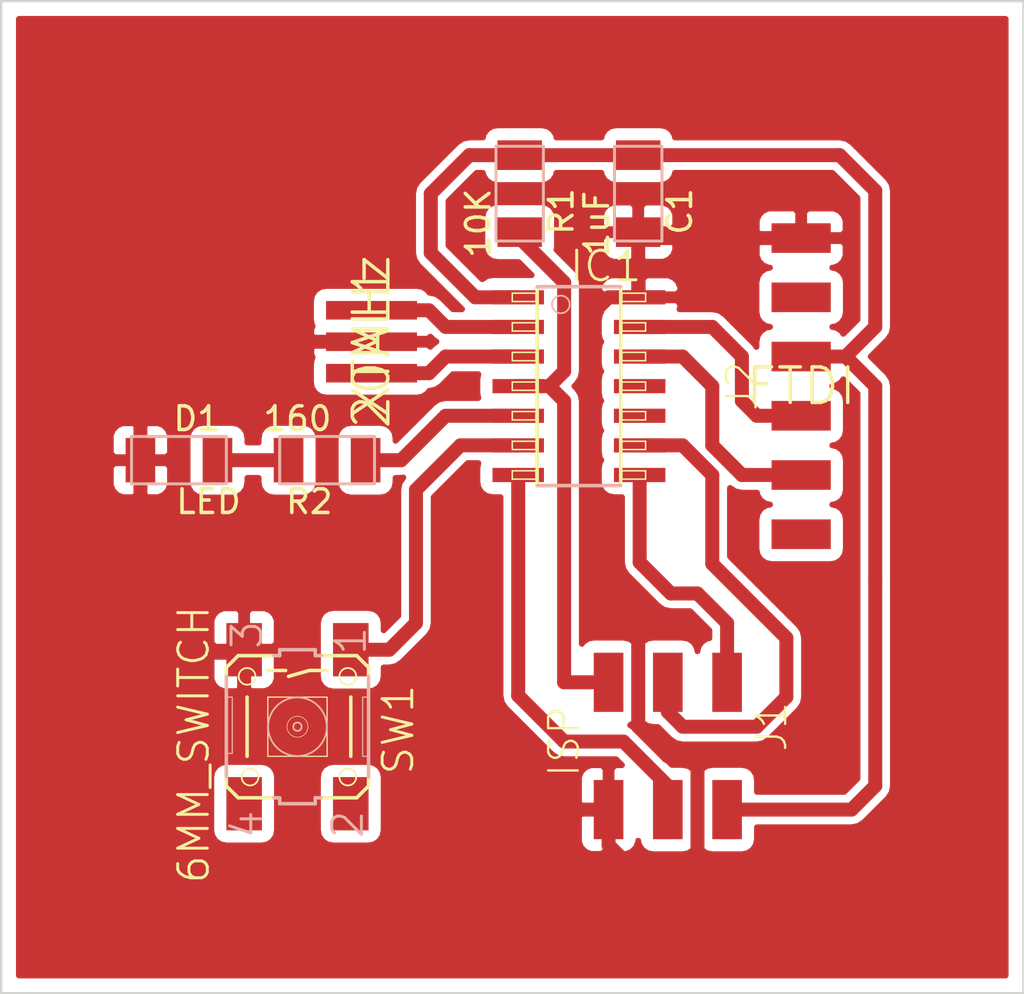
<source format=kicad_pcb>
(kicad_pcb (version 4) (host pcbnew 4.0.6-e0-6349~53~ubuntu14.04.1)

  (general
    (links 22)
    (no_connects 0)
    (area 142.824999 45.669999 186.740001 88.315001)
    (thickness 1.6)
    (drawings 4)
    (tracks 98)
    (zones 0)
    (modules 9)
    (nets 20)
  )

  (page A4)
  (layers
    (0 F.Cu signal)
    (31 B.Cu signal)
    (32 B.Adhes user)
    (33 F.Adhes user)
    (34 B.Paste user)
    (35 F.Paste user)
    (36 B.SilkS user)
    (37 F.SilkS user)
    (38 B.Mask user)
    (39 F.Mask user)
    (40 Dwgs.User user)
    (41 Cmts.User user)
    (42 Eco1.User user)
    (43 Eco2.User user)
    (44 Edge.Cuts user)
    (45 Margin user)
    (46 B.CrtYd user)
    (47 F.CrtYd user)
    (48 B.Fab user)
    (49 F.Fab user)
  )

  (setup
    (last_trace_width 0.6)
    (trace_clearance 0.2)
    (zone_clearance 0.508)
    (zone_45_only no)
    (trace_min 0.2)
    (segment_width 0.2)
    (edge_width 0.1)
    (via_size 0.6)
    (via_drill 0.4)
    (via_min_size 0.4)
    (via_min_drill 0.3)
    (uvia_size 0.3)
    (uvia_drill 0.1)
    (uvias_allowed no)
    (uvia_min_size 0.2)
    (uvia_min_drill 0.1)
    (pcb_text_width 0.3)
    (pcb_text_size 1.5 1.5)
    (mod_edge_width 0.15)
    (mod_text_size 1 1)
    (mod_text_width 0.15)
    (pad_size 1.5 1.5)
    (pad_drill 0.6)
    (pad_to_mask_clearance 0)
    (aux_axis_origin 0 0)
    (visible_elements FFFFFF7F)
    (pcbplotparams
      (layerselection 0x00030_80000001)
      (usegerberextensions false)
      (excludeedgelayer true)
      (linewidth 0.100000)
      (plotframeref false)
      (viasonmask false)
      (mode 1)
      (useauxorigin false)
      (hpglpennumber 1)
      (hpglpenspeed 20)
      (hpglpendiameter 15)
      (hpglpenoverlay 2)
      (psnegative false)
      (psa4output false)
      (plotreference true)
      (plotvalue true)
      (plotinvisibletext false)
      (padsonsilk false)
      (subtractmaskfromsilk false)
      (outputformat 1)
      (mirror false)
      (drillshape 1)
      (scaleselection 1)
      (outputdirectory ""))
  )

  (net 0 "")
  (net 1 +5V)
  (net 2 GND)
  (net 3 "Net-(D1-Pad2)")
  (net 4 XTAL1)
  (net 5 XTAL2)
  (net 6 RESET)
  (net 7 LED)
  (net 8 SWITCH)
  (net 9 MOSI)
  (net 10 MISO)
  (net 11 SCK)
  (net 12 "Net-(IC1-Pad10)")
  (net 13 "Net-(IC1-Pad11)")
  (net 14 RX)
  (net 15 TX)
  (net 16 "Net-(J2-Pad2)")
  (net 17 "Net-(J2-Pad6)")
  (net 18 "Net-(SW1-Pad2)")
  (net 19 "Net-(SW1-Pad4)")

  (net_class Default "Questo è il gruppo di collegamenti predefinito"
    (clearance 0.2)
    (trace_width 0.6)
    (via_dia 0.6)
    (via_drill 0.4)
    (uvia_dia 0.3)
    (uvia_drill 0.1)
    (add_net +5V)
    (add_net GND)
    (add_net LED)
    (add_net MISO)
    (add_net MOSI)
    (add_net "Net-(D1-Pad2)")
    (add_net "Net-(IC1-Pad10)")
    (add_net "Net-(IC1-Pad11)")
    (add_net "Net-(J2-Pad2)")
    (add_net "Net-(J2-Pad6)")
    (add_net "Net-(SW1-Pad2)")
    (add_net "Net-(SW1-Pad4)")
    (add_net RESET)
    (add_net RX)
    (add_net SCK)
    (add_net SWITCH)
    (add_net TX)
    (add_net XTAL1)
    (add_net XTAL2)
  )

  (module FabInventory:fab-C1206FAB (layer F.Cu) (tedit 200000) (tstamp 58BF2DD6)
    (at 170.18 53.975 270)
    (path /58BDE84B)
    (attr smd)
    (fp_text reference C1 (at 0.762 -1.778 270) (layer F.SilkS)
      (effects (font (size 1.016 1.016) (thickness 0.1524)))
    )
    (fp_text value 1uF (at 1.27 1.778 270) (layer F.SilkS)
      (effects (font (size 1.016 1.016) (thickness 0.1524)))
    )
    (fp_line (start -2.032 -1.016) (end 2.032 -1.016) (layer B.SilkS) (width 0.127))
    (fp_line (start 2.032 -1.016) (end 2.032 1.016) (layer B.SilkS) (width 0.127))
    (fp_line (start 2.032 1.016) (end -2.032 1.016) (layer B.SilkS) (width 0.127))
    (fp_line (start -2.032 1.016) (end -2.032 -1.016) (layer B.SilkS) (width 0.127))
    (pad 1 smd rect (at -1.651 0 270) (size 1.27 1.905) (layers F.Cu F.Paste F.Mask)
      (net 1 +5V))
    (pad 2 smd rect (at 1.651 0 270) (size 1.27 1.905) (layers F.Cu F.Paste F.Mask)
      (net 2 GND))
  )

  (module FabInventory:fab-LED1206FAB (layer F.Cu) (tedit 200000) (tstamp 58BF2DE0)
    (at 150.495 65.405)
    (descr "LED1206 FAB STYLE (SMALLER PADS TO ALLOW TRACE BETWEEN)")
    (tags "LED1206 FAB STYLE (SMALLER PADS TO ALLOW TRACE BETWEEN)")
    (path /58BDE9F2)
    (attr smd)
    (fp_text reference D1 (at 0.762 -1.778) (layer F.SilkS)
      (effects (font (size 1.016 1.016) (thickness 0.1524)))
    )
    (fp_text value LED (at 1.27 1.778) (layer F.SilkS)
      (effects (font (size 1.016 1.016) (thickness 0.1524)))
    )
    (fp_line (start -2.032 -1.016) (end 2.032 -1.016) (layer B.SilkS) (width 0.127))
    (fp_line (start 2.032 -1.016) (end 2.032 1.016) (layer B.SilkS) (width 0.127))
    (fp_line (start 2.032 1.016) (end -2.032 1.016) (layer B.SilkS) (width 0.127))
    (fp_line (start -2.032 1.016) (end -2.032 -1.016) (layer B.SilkS) (width 0.127))
    (pad 1 smd rect (at -1.651 0) (size 1.27 1.905) (layers F.Cu F.Paste F.Mask)
      (net 2 GND))
    (pad 2 smd rect (at 1.651 0) (size 1.27 1.905) (layers F.Cu F.Paste F.Mask)
      (net 3 "Net-(D1-Pad2)"))
  )

  (module FabInventory:fab-SOIC14 (layer F.Cu) (tedit 58BF2F6E) (tstamp 58BF2E2F)
    (at 167.64 62.23 270)
    (descr "SMALL OUTLINE PACKAGE")
    (tags "SMALL OUTLINE PACKAGE")
    (path /58BDE5BD)
    (attr smd)
    (fp_text reference IC1 (at -5.1435 -1.143 360) (layer F.SilkS)
      (effects (font (size 1.27 1.27) (thickness 0.127)))
    )
    (fp_text value ATTINY44-SSU (at 1.27 0.0635 270) (layer F.SilkS) hide
      (effects (font (size 1.27 1.27) (thickness 0.127)))
    )
    (fp_line (start -3.9878 -1.8415) (end -3.62966 -1.8415) (layer F.SilkS) (width 0.06604))
    (fp_line (start -3.62966 -1.8415) (end -3.62966 -2.8575) (layer F.SilkS) (width 0.06604))
    (fp_line (start -3.9878 -2.8575) (end -3.62966 -2.8575) (layer F.SilkS) (width 0.06604))
    (fp_line (start -3.9878 -1.8415) (end -3.9878 -2.8575) (layer F.SilkS) (width 0.06604))
    (fp_line (start -2.7178 -1.8415) (end -2.3622 -1.8415) (layer F.SilkS) (width 0.06604))
    (fp_line (start -2.3622 -1.8415) (end -2.3622 -2.8575) (layer F.SilkS) (width 0.06604))
    (fp_line (start -2.7178 -2.8575) (end -2.3622 -2.8575) (layer F.SilkS) (width 0.06604))
    (fp_line (start -2.7178 -1.8415) (end -2.7178 -2.8575) (layer F.SilkS) (width 0.06604))
    (fp_line (start -1.4478 -1.8415) (end -1.08966 -1.8415) (layer F.SilkS) (width 0.06604))
    (fp_line (start -1.08966 -1.8415) (end -1.08966 -2.8575) (layer F.SilkS) (width 0.06604))
    (fp_line (start -1.4478 -2.8575) (end -1.08966 -2.8575) (layer F.SilkS) (width 0.06604))
    (fp_line (start -1.4478 -1.8415) (end -1.4478 -2.8575) (layer F.SilkS) (width 0.06604))
    (fp_line (start -0.1778 -1.8415) (end 0.1778 -1.8415) (layer F.SilkS) (width 0.06604))
    (fp_line (start 0.1778 -1.8415) (end 0.1778 -2.8575) (layer F.SilkS) (width 0.06604))
    (fp_line (start -0.1778 -2.8575) (end 0.1778 -2.8575) (layer F.SilkS) (width 0.06604))
    (fp_line (start -0.1778 -1.8415) (end -0.1778 -2.8575) (layer F.SilkS) (width 0.06604))
    (fp_line (start 1.08966 -1.8415) (end 1.4478 -1.8415) (layer F.SilkS) (width 0.06604))
    (fp_line (start 1.4478 -1.8415) (end 1.4478 -2.8575) (layer F.SilkS) (width 0.06604))
    (fp_line (start 1.08966 -2.8575) (end 1.4478 -2.8575) (layer F.SilkS) (width 0.06604))
    (fp_line (start 1.08966 -1.8415) (end 1.08966 -2.8575) (layer F.SilkS) (width 0.06604))
    (fp_line (start 2.3622 -1.8415) (end 2.7178 -1.8415) (layer F.SilkS) (width 0.06604))
    (fp_line (start 2.7178 -1.8415) (end 2.7178 -2.8575) (layer F.SilkS) (width 0.06604))
    (fp_line (start 2.3622 -2.8575) (end 2.7178 -2.8575) (layer F.SilkS) (width 0.06604))
    (fp_line (start 2.3622 -1.8415) (end 2.3622 -2.8575) (layer F.SilkS) (width 0.06604))
    (fp_line (start 3.62966 -1.8415) (end 3.9878 -1.8415) (layer F.SilkS) (width 0.06604))
    (fp_line (start 3.9878 -1.8415) (end 3.9878 -2.8575) (layer F.SilkS) (width 0.06604))
    (fp_line (start 3.62966 -2.8575) (end 3.9878 -2.8575) (layer F.SilkS) (width 0.06604))
    (fp_line (start 3.62966 -1.8415) (end 3.62966 -2.8575) (layer F.SilkS) (width 0.06604))
    (fp_line (start 3.62966 2.8575) (end 3.9878 2.8575) (layer F.SilkS) (width 0.06604))
    (fp_line (start 3.9878 2.8575) (end 3.9878 1.8415) (layer F.SilkS) (width 0.06604))
    (fp_line (start 3.62966 1.8415) (end 3.9878 1.8415) (layer F.SilkS) (width 0.06604))
    (fp_line (start 3.62966 2.8575) (end 3.62966 1.8415) (layer F.SilkS) (width 0.06604))
    (fp_line (start 2.3622 2.8575) (end 2.7178 2.8575) (layer F.SilkS) (width 0.06604))
    (fp_line (start 2.7178 2.8575) (end 2.7178 1.8415) (layer F.SilkS) (width 0.06604))
    (fp_line (start 2.3622 1.8415) (end 2.7178 1.8415) (layer F.SilkS) (width 0.06604))
    (fp_line (start 2.3622 2.8575) (end 2.3622 1.8415) (layer F.SilkS) (width 0.06604))
    (fp_line (start 1.08966 2.8575) (end 1.4478 2.8575) (layer F.SilkS) (width 0.06604))
    (fp_line (start 1.4478 2.8575) (end 1.4478 1.8415) (layer F.SilkS) (width 0.06604))
    (fp_line (start 1.08966 1.8415) (end 1.4478 1.8415) (layer F.SilkS) (width 0.06604))
    (fp_line (start 1.08966 2.8575) (end 1.08966 1.8415) (layer F.SilkS) (width 0.06604))
    (fp_line (start -0.1778 2.8575) (end 0.1778 2.8575) (layer F.SilkS) (width 0.06604))
    (fp_line (start 0.1778 2.8575) (end 0.1778 1.8415) (layer F.SilkS) (width 0.06604))
    (fp_line (start -0.1778 1.8415) (end 0.1778 1.8415) (layer F.SilkS) (width 0.06604))
    (fp_line (start -0.1778 2.8575) (end -0.1778 1.8415) (layer F.SilkS) (width 0.06604))
    (fp_line (start -1.4478 2.8575) (end -1.08966 2.8575) (layer F.SilkS) (width 0.06604))
    (fp_line (start -1.08966 2.8575) (end -1.08966 1.8415) (layer F.SilkS) (width 0.06604))
    (fp_line (start -1.4478 1.8415) (end -1.08966 1.8415) (layer F.SilkS) (width 0.06604))
    (fp_line (start -1.4478 2.8575) (end -1.4478 1.8415) (layer F.SilkS) (width 0.06604))
    (fp_line (start -2.7178 2.8575) (end -2.3622 2.8575) (layer F.SilkS) (width 0.06604))
    (fp_line (start -2.3622 2.8575) (end -2.3622 1.8415) (layer F.SilkS) (width 0.06604))
    (fp_line (start -2.7178 1.8415) (end -2.3622 1.8415) (layer F.SilkS) (width 0.06604))
    (fp_line (start -2.7178 2.8575) (end -2.7178 1.8415) (layer F.SilkS) (width 0.06604))
    (fp_line (start -3.9878 2.8575) (end -3.62966 2.8575) (layer F.SilkS) (width 0.06604))
    (fp_line (start -3.62966 2.8575) (end -3.62966 1.8415) (layer F.SilkS) (width 0.06604))
    (fp_line (start -3.9878 1.8415) (end -3.62966 1.8415) (layer F.SilkS) (width 0.06604))
    (fp_line (start -3.9878 2.8575) (end -3.9878 1.8415) (layer F.SilkS) (width 0.06604))
    (fp_line (start -4.26466 1.7907) (end 4.26466 1.7907) (layer F.SilkS) (width 0.1524))
    (fp_line (start 4.26466 1.7907) (end 4.26466 -1.7907) (layer B.SilkS) (width 0.1524))
    (fp_line (start 4.26466 -1.7907) (end -4.26466 -1.7907) (layer F.SilkS) (width 0.1524))
    (fp_line (start -4.26466 -1.7907) (end -4.26466 1.7907) (layer B.SilkS) (width 0.1524))
    (fp_circle (center -3.5052 0.7747) (end -3.7719 1.0414) (layer B.SilkS) (width 0.0762))
    (pad 1 smd rect (at -3.81 2.6035 270) (size 0.6096 2.20726) (layers F.Cu F.Paste F.Mask)
      (net 1 +5V))
    (pad 2 smd rect (at -2.54 2.6035 270) (size 0.6096 2.20726) (layers F.Cu F.Paste F.Mask)
      (net 4 XTAL1))
    (pad 3 smd rect (at -1.27 2.6035 270) (size 0.6096 2.20726) (layers F.Cu F.Paste F.Mask)
      (net 5 XTAL2))
    (pad 4 smd rect (at 0 2.6035 270) (size 0.6096 2.20726) (layers F.Cu F.Paste F.Mask)
      (net 6 RESET))
    (pad 5 smd rect (at 1.27 2.6035 270) (size 0.6096 2.20726) (layers F.Cu F.Paste F.Mask)
      (net 7 LED))
    (pad 6 smd rect (at 2.54 2.6035 270) (size 0.6096 2.20726) (layers F.Cu F.Paste F.Mask)
      (net 8 SWITCH))
    (pad 7 smd rect (at 3.81 2.6035 270) (size 0.6096 2.20726) (layers F.Cu F.Paste F.Mask)
      (net 9 MOSI))
    (pad 8 smd rect (at 3.81 -2.6035 270) (size 0.6096 2.20726) (layers F.Cu F.Paste F.Mask)
      (net 10 MISO))
    (pad 9 smd rect (at 2.54 -2.6035 270) (size 0.6096 2.20726) (layers F.Cu F.Paste F.Mask)
      (net 11 SCK))
    (pad 10 smd rect (at 1.27 -2.6035 270) (size 0.6096 2.20726) (layers F.Cu F.Paste F.Mask)
      (net 12 "Net-(IC1-Pad10)"))
    (pad 11 smd rect (at 0 -2.6035 270) (size 0.6096 2.20726) (layers F.Cu F.Paste F.Mask)
      (net 13 "Net-(IC1-Pad11)"))
    (pad 12 smd rect (at -1.27 -2.6035 270) (size 0.6096 2.20726) (layers F.Cu F.Paste F.Mask)
      (net 14 RX))
    (pad 13 smd rect (at -2.54 -2.6035 270) (size 0.6096 2.20726) (layers F.Cu F.Paste F.Mask)
      (net 15 TX))
    (pad 14 smd rect (at -3.81 -2.6035 270) (size 0.6096 2.20726) (layers F.Cu F.Paste F.Mask)
      (net 2 GND))
  )

  (module FabInventory:fab-2X03SMD (layer F.Cu) (tedit 200000) (tstamp 58BF2E39)
    (at 171.45 77.47 270)
    (path /58BDE89B)
    (attr smd)
    (fp_text reference J1 (at -0.635 -4.445 270) (layer F.SilkS)
      (effects (font (size 1.27 1.27) (thickness 0.1016)))
    )
    (fp_text value ISP (at 0 4.445 270) (layer F.SilkS)
      (effects (font (size 1.27 1.27) (thickness 0.1016)))
    )
    (pad 1 smd rect (at -2.54 -2.54 270) (size 2.54 1.27) (layers F.Cu F.Paste F.Mask)
      (net 10 MISO))
    (pad 2 smd rect (at 2.91846 -2.54 270) (size 2.54 1.27) (layers F.Cu F.Paste F.Mask)
      (net 1 +5V))
    (pad 3 smd rect (at -2.54 0 270) (size 2.54 1.27) (layers F.Cu F.Paste F.Mask)
      (net 11 SCK))
    (pad 4 smd rect (at 2.91846 0 270) (size 2.54 1.27) (layers F.Cu F.Paste F.Mask)
      (net 9 MOSI))
    (pad 5 smd rect (at -2.54 2.54 270) (size 2.54 1.27) (layers F.Cu F.Paste F.Mask)
      (net 6 RESET))
    (pad 6 smd rect (at 2.91846 2.54 270) (size 2.54 1.27) (layers F.Cu F.Paste F.Mask)
      (net 2 GND))
  )

  (module FabInventory:fab-1X06SMD (layer F.Cu) (tedit 200000) (tstamp 58BF2E43)
    (at 177.165 62.23)
    (path /58BDE975)
    (attr smd)
    (fp_text reference J2 (at -2.54 0 90) (layer F.SilkS)
      (effects (font (size 1.27 1.27) (thickness 0.1016)))
    )
    (fp_text value FTDI (at 0 0) (layer F.SilkS)
      (effects (font (thickness 0.15)))
    )
    (pad 1 smd rect (at 0 -6.35) (size 2.54 1.27) (layers F.Cu F.Paste F.Mask)
      (net 2 GND))
    (pad 2 smd rect (at 0 -3.81) (size 2.54 1.27) (layers F.Cu F.Paste F.Mask)
      (net 16 "Net-(J2-Pad2)"))
    (pad 3 smd rect (at 0 -1.27) (size 2.54 1.27) (layers F.Cu F.Paste F.Mask)
      (net 1 +5V))
    (pad 4 smd rect (at 0 1.27) (size 2.54 1.27) (layers F.Cu F.Paste F.Mask)
      (net 15 TX))
    (pad 5 smd rect (at 0 3.81) (size 2.54 1.27) (layers F.Cu F.Paste F.Mask)
      (net 14 RX))
    (pad 6 smd rect (at 0 6.35) (size 2.54 1.27) (layers F.Cu F.Paste F.Mask)
      (net 17 "Net-(J2-Pad6)"))
  )

  (module FabInventory:fab-R1206FAB (layer F.Cu) (tedit 200000) (tstamp 58BF2E4D)
    (at 165.1 53.975 270)
    (path /58BDE73D)
    (attr smd)
    (fp_text reference R1 (at 0.762 -1.778 270) (layer F.SilkS)
      (effects (font (size 1.016 1.016) (thickness 0.1524)))
    )
    (fp_text value 10K (at 1.27 1.778 270) (layer F.SilkS)
      (effects (font (size 1.016 1.016) (thickness 0.1524)))
    )
    (fp_line (start -2.032 -1.016) (end 2.032 -1.016) (layer B.SilkS) (width 0.127))
    (fp_line (start 2.032 -1.016) (end 2.032 1.016) (layer B.SilkS) (width 0.127))
    (fp_line (start 2.032 1.016) (end -2.032 1.016) (layer B.SilkS) (width 0.127))
    (fp_line (start -2.032 1.016) (end -2.032 -1.016) (layer B.SilkS) (width 0.127))
    (pad 1 smd rect (at -1.651 0 270) (size 1.27 1.905) (layers F.Cu F.Paste F.Mask)
      (net 1 +5V))
    (pad 2 smd rect (at 1.651 0 270) (size 1.27 1.905) (layers F.Cu F.Paste F.Mask)
      (net 6 RESET))
  )

  (module FabInventory:fab-R1206FAB (layer F.Cu) (tedit 200000) (tstamp 58BF2E57)
    (at 156.845 65.405 180)
    (path /58BDE775)
    (attr smd)
    (fp_text reference R2 (at 0.762 -1.778 180) (layer F.SilkS)
      (effects (font (size 1.016 1.016) (thickness 0.1524)))
    )
    (fp_text value 160 (at 1.27 1.778 180) (layer F.SilkS)
      (effects (font (size 1.016 1.016) (thickness 0.1524)))
    )
    (fp_line (start -2.032 -1.016) (end 2.032 -1.016) (layer B.SilkS) (width 0.127))
    (fp_line (start 2.032 -1.016) (end 2.032 1.016) (layer B.SilkS) (width 0.127))
    (fp_line (start 2.032 1.016) (end -2.032 1.016) (layer B.SilkS) (width 0.127))
    (fp_line (start -2.032 1.016) (end -2.032 -1.016) (layer B.SilkS) (width 0.127))
    (pad 1 smd rect (at -1.651 0 180) (size 1.27 1.905) (layers F.Cu F.Paste F.Mask)
      (net 7 LED))
    (pad 2 smd rect (at 1.651 0 180) (size 1.27 1.905) (layers F.Cu F.Paste F.Mask)
      (net 3 "Net-(D1-Pad2)"))
  )

  (module FabInventory:fab-6MM_SWITCH (layer F.Cu) (tedit 200000) (tstamp 58BF2E95)
    (at 155.575 76.835 270)
    (descr "OMRON SWITCH")
    (tags "OMRON SWITCH")
    (path /58BDE674)
    (attr smd)
    (fp_text reference SW1 (at 0.127 -4.318 270) (layer F.SilkS)
      (effects (font (size 1.27 1.27) (thickness 0.127)))
    )
    (fp_text value 6MM_SWITCH (at 0.762 4.445 270) (layer F.SilkS)
      (effects (font (size 1.27 1.27) (thickness 0.127)))
    )
    (fp_line (start 3.302 0.762) (end 3.048 0.762) (layer B.SilkS) (width 0.1524))
    (fp_line (start 3.302 0.762) (end 3.302 -0.762) (layer B.SilkS) (width 0.1524))
    (fp_line (start 3.048 -0.762) (end 3.302 -0.762) (layer B.SilkS) (width 0.1524))
    (fp_line (start 3.048 -1.016) (end 3.048 -2.54) (layer F.SilkS) (width 0.1524))
    (fp_line (start -3.302 -0.762) (end -3.048 -0.762) (layer B.SilkS) (width 0.1524))
    (fp_line (start -3.302 -0.762) (end -3.302 0.762) (layer B.SilkS) (width 0.1524))
    (fp_line (start -3.048 0.762) (end -3.302 0.762) (layer B.SilkS) (width 0.1524))
    (fp_line (start 3.048 -2.54) (end 2.54 -3.048) (layer F.SilkS) (width 0.1524))
    (fp_line (start 2.54 3.048) (end 3.048 2.54) (layer F.SilkS) (width 0.1524))
    (fp_line (start 3.048 2.54) (end 3.048 1.016) (layer F.SilkS) (width 0.1524))
    (fp_line (start -2.54 -3.048) (end -3.048 -2.54) (layer F.SilkS) (width 0.1524))
    (fp_line (start -3.048 -2.54) (end -3.048 -1.016) (layer F.SilkS) (width 0.1524))
    (fp_line (start -2.54 3.048) (end -3.048 2.54) (layer F.SilkS) (width 0.1524))
    (fp_line (start -3.048 2.54) (end -3.048 1.016) (layer F.SilkS) (width 0.1524))
    (fp_line (start -1.27 -1.27) (end -1.27 1.27) (layer F.SilkS) (width 0.0508))
    (fp_line (start 1.27 1.27) (end -1.27 1.27) (layer F.SilkS) (width 0.0508))
    (fp_line (start 1.27 1.27) (end 1.27 -1.27) (layer F.SilkS) (width 0.0508))
    (fp_line (start -1.27 -1.27) (end 1.27 -1.27) (layer F.SilkS) (width 0.0508))
    (fp_line (start -1.27 -3.048) (end -1.27 -2.794) (layer B.SilkS) (width 0.0508))
    (fp_line (start 1.27 -2.794) (end -1.27 -2.794) (layer B.SilkS) (width 0.0508))
    (fp_line (start 1.27 -2.794) (end 1.27 -3.048) (layer B.SilkS) (width 0.0508))
    (fp_line (start 1.143 2.794) (end -1.27 2.794) (layer B.SilkS) (width 0.0508))
    (fp_line (start 1.143 2.794) (end 1.143 3.048) (layer B.SilkS) (width 0.0508))
    (fp_line (start -1.27 2.794) (end -1.27 3.048) (layer B.SilkS) (width 0.0508))
    (fp_line (start 2.54 3.048) (end 2.159 3.048) (layer F.SilkS) (width 0.1524))
    (fp_line (start -2.54 3.048) (end -2.159 3.048) (layer F.SilkS) (width 0.1524))
    (fp_line (start -2.159 3.048) (end -1.27 3.048) (layer B.SilkS) (width 0.1524))
    (fp_line (start -2.54 -3.048) (end -2.159 -3.048) (layer F.SilkS) (width 0.1524))
    (fp_line (start 2.54 -3.048) (end 2.159 -3.048) (layer F.SilkS) (width 0.1524))
    (fp_line (start 2.159 -3.048) (end 1.27 -3.048) (layer B.SilkS) (width 0.1524))
    (fp_line (start 1.27 -3.048) (end -1.27 -3.048) (layer B.SilkS) (width 0.1524))
    (fp_line (start -1.27 -3.048) (end -2.159 -3.048) (layer B.SilkS) (width 0.1524))
    (fp_line (start -1.27 3.048) (end 1.143 3.048) (layer B.SilkS) (width 0.1524))
    (fp_line (start 1.143 3.048) (end 2.159 3.048) (layer B.SilkS) (width 0.1524))
    (fp_line (start 3.048 0.762) (end 3.048 1.016) (layer B.SilkS) (width 0.1524))
    (fp_line (start 3.048 -0.762) (end 3.048 -1.016) (layer B.SilkS) (width 0.1524))
    (fp_line (start -3.048 0.762) (end -3.048 1.016) (layer B.SilkS) (width 0.1524))
    (fp_line (start -3.048 -0.762) (end -3.048 -1.016) (layer B.SilkS) (width 0.1524))
    (fp_line (start -1.27 2.159) (end 1.27 2.159) (layer F.SilkS) (width 0.1524))
    (fp_line (start 1.27 -2.286) (end -1.27 -2.286) (layer F.SilkS) (width 0.1524))
    (fp_line (start -2.413 -1.27) (end -2.413 -0.508) (layer F.SilkS) (width 0.1524))
    (fp_line (start -2.413 0.508) (end -2.413 1.27) (layer F.SilkS) (width 0.1524))
    (fp_line (start -2.413 -0.508) (end -2.159 0.381) (layer F.SilkS) (width 0.1524))
    (fp_circle (center 0 0) (end -0.889 0.889) (layer B.SilkS) (width 0.0762))
    (fp_circle (center -2.159 2.159) (end -2.413 2.413) (layer F.SilkS) (width 0.0762))
    (fp_circle (center 2.159 2.032) (end 2.413 2.286) (layer F.SilkS) (width 0.0762))
    (fp_circle (center 2.159 -2.159) (end 2.413 -2.413) (layer F.SilkS) (width 0.0762))
    (fp_circle (center -2.159 -2.159) (end -2.413 -2.413) (layer F.SilkS) (width 0.0762))
    (fp_circle (center 0 0) (end -0.3175 0.3175) (layer F.SilkS) (width 0.0254))
    (fp_circle (center 0 0) (end -0.127 0.127) (layer B.SilkS) (width 0.0762))
    (fp_text user 1 (at -3.683 -2.286 270) (layer B.SilkS)
      (effects (font (size 1.27 1.27) (thickness 0.127)))
    )
    (fp_text user 2 (at 4.191 -2.159 270) (layer B.SilkS)
      (effects (font (size 1.27 1.27) (thickness 0.127)))
    )
    (fp_text user 3 (at -3.937 2.159 270) (layer B.SilkS)
      (effects (font (size 1.27 1.27) (thickness 0.127)))
    )
    (fp_text user 4 (at 4.191 2.159 270) (layer B.SilkS)
      (effects (font (size 1.27 1.27) (thickness 0.127)))
    )
    (pad 1 smd rect (at -3.302 -2.286 270) (size 2.286 1.524) (layers F.Cu F.Paste F.Mask)
      (net 8 SWITCH))
    (pad 2 smd rect (at 3.302 -2.286 270) (size 2.286 1.524) (layers F.Cu F.Paste F.Mask)
      (net 18 "Net-(SW1-Pad2)"))
    (pad 3 smd rect (at -3.302 2.286 270) (size 2.286 1.524) (layers F.Cu F.Paste F.Mask)
      (net 2 GND))
    (pad 4 smd rect (at 3.302 2.286 270) (size 2.286 1.524) (layers F.Cu F.Paste F.Mask)
      (net 19 "Net-(SW1-Pad4)"))
  )

  (module FabInventory:fab-EFOBM (layer F.Cu) (tedit 200000) (tstamp 58BF2E9C)
    (at 158.75 60.325 270)
    (path /58BDE91A)
    (attr smd)
    (fp_text reference XTAL1 (at 0 0 270) (layer F.SilkS)
      (effects (font (thickness 0.15)))
    )
    (fp_text value 20MHz (at 0 0 270) (layer F.SilkS)
      (effects (font (thickness 0.15)))
    )
    (pad 1 smd rect (at -1.34874 0) (size 3.8989 0.79756) (layers F.Cu F.Paste F.Mask)
      (net 4 XTAL1))
    (pad 2 smd rect (at 0 0 180) (size 3.8989 0.79756) (layers F.Cu F.Paste F.Mask)
      (net 2 GND))
    (pad 3 smd rect (at 1.34874 0 180) (size 3.8989 0.79756) (layers F.Cu F.Paste F.Mask)
      (net 5 XTAL2))
  )

  (gr_line (start 142.875 88.265) (end 142.875 45.72) (angle 90) (layer Edge.Cuts) (width 0.1))
  (gr_line (start 186.69 88.265) (end 142.875 88.265) (angle 90) (layer Edge.Cuts) (width 0.1))
  (gr_line (start 186.69 45.72) (end 186.69 88.265) (angle 90) (layer Edge.Cuts) (width 0.1))
  (gr_line (start 142.875 45.72) (end 186.69 45.72) (angle 90) (layer Edge.Cuts) (width 0.1))

  (segment (start 180.34 70.485) (end 180.34 79.375) (width 0.6) (layer F.Cu) (net 1))
  (segment (start 180.34 62.23) (end 180.34 70.485) (width 0.6) (layer F.Cu) (net 1) (tstamp 58BF334A))
  (segment (start 179.07 60.96) (end 180.34 62.23) (width 0.6) (layer F.Cu) (net 1) (tstamp 58BF3348))
  (segment (start 179.32654 80.38846) (end 173.99 80.38846) (width 0.6) (layer F.Cu) (net 1) (tstamp 58BF33C5))
  (segment (start 180.34 79.375) (end 179.32654 80.38846) (width 0.6) (layer F.Cu) (net 1) (tstamp 58BF33C1))
  (segment (start 177.165 60.96) (end 179.07 60.96) (width 0.6) (layer F.Cu) (net 1))
  (segment (start 170.18 52.324) (end 178.816 52.324) (width 0.6) (layer F.Cu) (net 1))
  (segment (start 180.34 59.69) (end 179.07 60.96) (width 0.6) (layer F.Cu) (net 1) (tstamp 58BF3326))
  (segment (start 180.34 53.848) (end 180.34 59.69) (width 0.6) (layer F.Cu) (net 1) (tstamp 58BF3325))
  (segment (start 178.816 52.324) (end 180.34 53.848) (width 0.6) (layer F.Cu) (net 1) (tstamp 58BF3324))
  (segment (start 165.1 52.324) (end 170.18 52.324) (width 0.6) (layer F.Cu) (net 1))
  (segment (start 165.0365 58.42) (end 163.195 58.42) (width 0.6) (layer F.Cu) (net 1))
  (segment (start 162.941 52.324) (end 165.1 52.324) (width 0.6) (layer F.Cu) (net 1) (tstamp 58BF32ED))
  (segment (start 161.29 53.975) (end 162.941 52.324) (width 0.6) (layer F.Cu) (net 1) (tstamp 58BF32EB))
  (segment (start 161.29 56.515) (end 161.29 53.975) (width 0.6) (layer F.Cu) (net 1) (tstamp 58BF32E9))
  (segment (start 163.195 58.42) (end 161.29 56.515) (width 0.6) (layer F.Cu) (net 1) (tstamp 58BF32E7))
  (segment (start 168.91 80.38846) (end 163.45154 80.38846) (width 0.6) (layer F.Cu) (net 2))
  (segment (start 153.289 75.819) (end 153.289 73.533) (width 0.6) (layer F.Cu) (net 2) (tstamp 58BF367A))
  (segment (start 154.305 76.835) (end 153.289 75.819) (width 0.6) (layer F.Cu) (net 2) (tstamp 58BF3679))
  (segment (start 162.56 76.835) (end 154.305 76.835) (width 0.6) (layer F.Cu) (net 2) (tstamp 58BF3678))
  (segment (start 163.195 77.47) (end 162.56 76.835) (width 0.6) (layer F.Cu) (net 2) (tstamp 58BF3677))
  (segment (start 163.195 80.13192) (end 163.195 77.47) (width 0.6) (layer F.Cu) (net 2) (tstamp 58BF3676))
  (segment (start 163.45154 80.38846) (end 163.195 80.13192) (width 0.6) (layer F.Cu) (net 2) (tstamp 58BF3675))
  (segment (start 148.844 65.405) (end 148.844 61.976) (width 0.6) (layer F.Cu) (net 2))
  (segment (start 150.495 60.325) (end 158.75 60.325) (width 0.6) (layer F.Cu) (net 2) (tstamp 58BF3671))
  (segment (start 148.844 61.976) (end 150.495 60.325) (width 0.6) (layer F.Cu) (net 2) (tstamp 58BF366F))
  (segment (start 148.844 65.405) (end 148.844 70.739) (width 0.6) (layer F.Cu) (net 2))
  (segment (start 151.765 73.66) (end 153.162 73.66) (width 0.6) (layer F.Cu) (net 2) (tstamp 58BF366B))
  (segment (start 148.844 70.739) (end 151.765 73.66) (width 0.6) (layer F.Cu) (net 2) (tstamp 58BF366A))
  (segment (start 153.162 73.66) (end 153.289 73.533) (width 0.6) (layer F.Cu) (net 2) (tstamp 58BF366C))
  (segment (start 170.18 76.835) (end 171.45 78.105) (width 0.6) (layer F.Cu) (net 2))
  (segment (start 168.275 71.12) (end 170.18 73.025) (width 0.6) (layer F.Cu) (net 2) (tstamp 58BF3493))
  (segment (start 170.18 73.025) (end 170.18 76.835) (width 0.6) (layer F.Cu) (net 2) (tstamp 58BF3499))
  (segment (start 170.2435 58.42) (end 168.91 58.42) (width 0.6) (layer F.Cu) (net 2))
  (segment (start 168.275 59.055) (end 168.275 69.85) (width 0.6) (layer F.Cu) (net 2) (tstamp 58BF3353))
  (segment (start 168.91 58.42) (end 168.275 59.055) (width 0.6) (layer F.Cu) (net 2) (tstamp 58BF3352))
  (segment (start 168.275 69.85) (end 168.275 71.12) (width 0.6) (layer F.Cu) (net 2))
  (segment (start 168.91 81.915) (end 168.91 80.38846) (width 0.6) (layer F.Cu) (net 2) (tstamp 58BF34D7))
  (segment (start 169.545 82.55) (end 168.91 81.915) (width 0.6) (layer F.Cu) (net 2) (tstamp 58BF34CD))
  (segment (start 172.72 82.55) (end 169.545 82.55) (width 0.6) (layer F.Cu) (net 2) (tstamp 58BF34C3))
  (segment (start 172.72 78.105) (end 172.72 82.55) (width 0.6) (layer F.Cu) (net 2) (tstamp 58BF34C0))
  (segment (start 171.45 78.105) (end 172.72 78.105) (width 0.6) (layer F.Cu) (net 2) (tstamp 58BF34AB))
  (segment (start 177.165 55.88) (end 170.434 55.88) (width 0.6) (layer F.Cu) (net 2))
  (segment (start 170.434 55.88) (end 170.18 55.626) (width 0.6) (layer F.Cu) (net 2) (tstamp 58BF3321))
  (segment (start 170.18 55.626) (end 170.18 58.3565) (width 0.6) (layer F.Cu) (net 2))
  (segment (start 170.18 58.3565) (end 170.2435 58.42) (width 0.6) (layer F.Cu) (net 2) (tstamp 58BF32F4))
  (segment (start 155.194 65.405) (end 152.146 65.405) (width 0.6) (layer F.Cu) (net 3))
  (segment (start 158.75 58.97626) (end 161.21126 58.97626) (width 0.6) (layer F.Cu) (net 4))
  (segment (start 161.925 59.69) (end 165.0365 59.69) (width 0.6) (layer F.Cu) (net 4) (tstamp 58BF3306))
  (segment (start 161.21126 58.97626) (end 161.925 59.69) (width 0.6) (layer F.Cu) (net 4) (tstamp 58BF3305))
  (segment (start 158.75 61.67374) (end 161.21126 61.67374) (width 0.6) (layer F.Cu) (net 5))
  (segment (start 161.925 60.96) (end 165.0365 60.96) (width 0.6) (layer F.Cu) (net 5) (tstamp 58BF330A))
  (segment (start 161.21126 61.67374) (end 161.925 60.96) (width 0.6) (layer F.Cu) (net 5) (tstamp 58BF3309))
  (segment (start 165.0365 62.23) (end 166.37 62.23) (width 0.6) (layer F.Cu) (net 6))
  (segment (start 166.37 62.23) (end 167.005 62.865) (width 0.6) (layer F.Cu) (net 6) (tstamp 58BF3453))
  (segment (start 167.005 74.93) (end 168.91 74.93) (width 0.6) (layer F.Cu) (net 6) (tstamp 58BF3459))
  (segment (start 167.005 62.865) (end 167.005 74.93) (width 0.6) (layer F.Cu) (net 6) (tstamp 58BF3455))
  (segment (start 165.1 55.626) (end 165.1 55.88) (width 0.6) (layer F.Cu) (net 6))
  (segment (start 165.1 55.88) (end 167.005 57.785) (width 0.6) (layer F.Cu) (net 6) (tstamp 58BF32F7))
  (segment (start 167.005 61.595) (end 166.37 62.23) (width 0.6) (layer F.Cu) (net 6) (tstamp 58BF32FA))
  (segment (start 167.005 57.785) (end 167.005 61.595) (width 0.6) (layer F.Cu) (net 6) (tstamp 58BF32F8))
  (segment (start 165.0365 63.5) (end 161.925 63.5) (width 0.6) (layer F.Cu) (net 7))
  (segment (start 160.02 65.405) (end 158.496 65.405) (width 0.6) (layer F.Cu) (net 7) (tstamp 58BF3665))
  (segment (start 161.925 63.5) (end 160.02 65.405) (width 0.6) (layer F.Cu) (net 7) (tstamp 58BF3664))
  (segment (start 157.861 73.533) (end 159.512 73.533) (width 0.6) (layer F.Cu) (net 8))
  (segment (start 162.56 64.77) (end 165.0365 64.77) (width 0.6) (layer F.Cu) (net 8) (tstamp 58BF3645))
  (segment (start 160.655 66.675) (end 162.56 64.77) (width 0.6) (layer F.Cu) (net 8) (tstamp 58BF3643))
  (segment (start 160.655 72.39) (end 160.655 66.675) (width 0.6) (layer F.Cu) (net 8) (tstamp 58BF3641))
  (segment (start 159.512 73.533) (end 160.655 72.39) (width 0.6) (layer F.Cu) (net 8) (tstamp 58BF363F))
  (segment (start 171.45 80.38846) (end 171.45 79.375) (width 0.6) (layer F.Cu) (net 9))
  (segment (start 171.45 79.375) (end 169.545 77.47) (width 0.6) (layer F.Cu) (net 9) (tstamp 58BF34E4))
  (segment (start 169.545 77.47) (end 167.005 77.47) (width 0.6) (layer F.Cu) (net 9) (tstamp 58BF34E8))
  (segment (start 167.005 77.47) (end 165.0365 75.5015) (width 0.6) (layer F.Cu) (net 9) (tstamp 58BF34EA))
  (segment (start 165.0365 75.5015) (end 165.0365 66.04) (width 0.6) (layer F.Cu) (net 9) (tstamp 58BF34EC))
  (segment (start 170.2435 66.04) (end 170.2435 69.7865) (width 0.6) (layer F.Cu) (net 10))
  (segment (start 173.99 72.39) (end 173.99 74.93) (width 0.6) (layer F.Cu) (net 10) (tstamp 58BF33EA))
  (segment (start 172.72 71.12) (end 173.99 72.39) (width 0.6) (layer F.Cu) (net 10) (tstamp 58BF33E8))
  (segment (start 171.577 71.12) (end 172.72 71.12) (width 0.6) (layer F.Cu) (net 10) (tstamp 58BF33E1))
  (segment (start 170.2435 69.7865) (end 171.577 71.12) (width 0.6) (layer F.Cu) (net 10) (tstamp 58BF33DF))
  (segment (start 170.2435 64.77) (end 172.085 64.77) (width 0.6) (layer F.Cu) (net 11))
  (segment (start 172.085 76.835) (end 171.45 76.2) (width 0.6) (layer F.Cu) (net 11) (tstamp 58BF3430))
  (segment (start 175.26 76.835) (end 172.085 76.835) (width 0.6) (layer F.Cu) (net 11) (tstamp 58BF342D))
  (segment (start 176.53 75.565) (end 175.26 76.835) (width 0.6) (layer F.Cu) (net 11) (tstamp 58BF3420))
  (segment (start 176.53 73.025) (end 176.53 75.565) (width 0.6) (layer F.Cu) (net 11) (tstamp 58BF3418))
  (segment (start 173.355 69.85) (end 176.53 73.025) (width 0.6) (layer F.Cu) (net 11) (tstamp 58BF3412))
  (segment (start 173.355 66.04) (end 173.355 69.85) (width 0.6) (layer F.Cu) (net 11) (tstamp 58BF33F4))
  (segment (start 172.085 64.77) (end 173.355 66.04) (width 0.6) (layer F.Cu) (net 11) (tstamp 58BF33F1))
  (segment (start 171.45 76.2) (end 171.45 74.93) (width 0.6) (layer F.Cu) (net 11) (tstamp 58BF3433))
  (segment (start 170.2435 60.96) (end 172.085 60.96) (width 0.6) (layer F.Cu) (net 14))
  (segment (start 174.625 66.04) (end 177.165 66.04) (width 0.6) (layer F.Cu) (net 14) (tstamp 58BF3339))
  (segment (start 173.355 64.77) (end 174.625 66.04) (width 0.6) (layer F.Cu) (net 14) (tstamp 58BF3338))
  (segment (start 173.355 62.23) (end 173.355 64.77) (width 0.6) (layer F.Cu) (net 14) (tstamp 58BF3336))
  (segment (start 172.085 60.96) (end 173.355 62.23) (width 0.6) (layer F.Cu) (net 14) (tstamp 58BF3333))
  (segment (start 170.2435 59.69) (end 173.355 59.69) (width 0.6) (layer F.Cu) (net 15))
  (segment (start 175.26 63.5) (end 177.165 63.5) (width 0.6) (layer F.Cu) (net 15) (tstamp 58BF3330))
  (segment (start 174.625 62.865) (end 175.26 63.5) (width 0.6) (layer F.Cu) (net 15) (tstamp 58BF332F))
  (segment (start 174.625 60.96) (end 174.625 62.865) (width 0.6) (layer F.Cu) (net 15) (tstamp 58BF332E))
  (segment (start 173.355 59.69) (end 174.625 60.96) (width 0.6) (layer F.Cu) (net 15) (tstamp 58BF332C))

  (zone (net 2) (net_name GND) (layer F.Cu) (tstamp 58BF367E) (hatch edge 0.508)
    (connect_pads (clearance 0.508))
    (min_thickness 0.254)
    (fill yes (arc_segments 16) (thermal_gap 0.508) (thermal_bridge_width 0.508))
    (polygon
      (pts
        (xy 186.055 87.63) (xy 143.51 87.63) (xy 143.51 46.355) (xy 186.055 46.355)
      )
    )
    (filled_polygon
      (pts
        (xy 185.928 87.503) (xy 143.637 87.503) (xy 143.637 78.994) (xy 151.87956 78.994) (xy 151.87956 81.28)
        (xy 151.923838 81.515317) (xy 152.06291 81.731441) (xy 152.27511 81.876431) (xy 152.527 81.92744) (xy 154.051 81.92744)
        (xy 154.286317 81.883162) (xy 154.502441 81.74409) (xy 154.647431 81.53189) (xy 154.69844 81.28) (xy 154.69844 78.994)
        (xy 156.45156 78.994) (xy 156.45156 81.28) (xy 156.495838 81.515317) (xy 156.63491 81.731441) (xy 156.84711 81.876431)
        (xy 157.099 81.92744) (xy 158.623 81.92744) (xy 158.858317 81.883162) (xy 159.074441 81.74409) (xy 159.219431 81.53189)
        (xy 159.27044 81.28) (xy 159.27044 80.67421) (xy 167.64 80.67421) (xy 167.64 81.784769) (xy 167.736673 82.018158)
        (xy 167.915301 82.196787) (xy 168.14869 82.29346) (xy 168.62425 82.29346) (xy 168.783 82.13471) (xy 168.783 80.51546)
        (xy 167.79875 80.51546) (xy 167.64 80.67421) (xy 159.27044 80.67421) (xy 159.27044 78.994) (xy 159.270093 78.992151)
        (xy 167.64 78.992151) (xy 167.64 80.10271) (xy 167.79875 80.26146) (xy 168.783 80.26146) (xy 168.783 78.64221)
        (xy 168.62425 78.48346) (xy 168.14869 78.48346) (xy 167.915301 78.580133) (xy 167.736673 78.758762) (xy 167.64 78.992151)
        (xy 159.270093 78.992151) (xy 159.226162 78.758683) (xy 159.08709 78.542559) (xy 158.87489 78.397569) (xy 158.623 78.34656)
        (xy 157.099 78.34656) (xy 156.863683 78.390838) (xy 156.647559 78.52991) (xy 156.502569 78.74211) (xy 156.45156 78.994)
        (xy 154.69844 78.994) (xy 154.654162 78.758683) (xy 154.51509 78.542559) (xy 154.30289 78.397569) (xy 154.051 78.34656)
        (xy 152.527 78.34656) (xy 152.291683 78.390838) (xy 152.075559 78.52991) (xy 151.930569 78.74211) (xy 151.87956 78.994)
        (xy 143.637 78.994) (xy 143.637 73.81875) (xy 151.892 73.81875) (xy 151.892 74.802309) (xy 151.988673 75.035698)
        (xy 152.167301 75.214327) (xy 152.40069 75.311) (xy 153.00325 75.311) (xy 153.162 75.15225) (xy 153.162 73.66)
        (xy 153.416 73.66) (xy 153.416 75.15225) (xy 153.57475 75.311) (xy 154.17731 75.311) (xy 154.410699 75.214327)
        (xy 154.589327 75.035698) (xy 154.686 74.802309) (xy 154.686 73.81875) (xy 154.52725 73.66) (xy 153.416 73.66)
        (xy 153.162 73.66) (xy 152.05075 73.66) (xy 151.892 73.81875) (xy 143.637 73.81875) (xy 143.637 72.263691)
        (xy 151.892 72.263691) (xy 151.892 73.24725) (xy 152.05075 73.406) (xy 153.162 73.406) (xy 153.162 71.91375)
        (xy 153.416 71.91375) (xy 153.416 73.406) (xy 154.52725 73.406) (xy 154.686 73.24725) (xy 154.686 72.263691)
        (xy 154.589327 72.030302) (xy 154.410699 71.851673) (xy 154.17731 71.755) (xy 153.57475 71.755) (xy 153.416 71.91375)
        (xy 153.162 71.91375) (xy 153.00325 71.755) (xy 152.40069 71.755) (xy 152.167301 71.851673) (xy 151.988673 72.030302)
        (xy 151.892 72.263691) (xy 143.637 72.263691) (xy 143.637 65.69075) (xy 147.574 65.69075) (xy 147.574 66.48381)
        (xy 147.670673 66.717199) (xy 147.849302 66.895827) (xy 148.082691 66.9925) (xy 148.55825 66.9925) (xy 148.717 66.83375)
        (xy 148.717 65.532) (xy 148.971 65.532) (xy 148.971 66.83375) (xy 149.12975 66.9925) (xy 149.605309 66.9925)
        (xy 149.838698 66.895827) (xy 150.017327 66.717199) (xy 150.114 66.48381) (xy 150.114 65.69075) (xy 149.95525 65.532)
        (xy 148.971 65.532) (xy 148.717 65.532) (xy 147.73275 65.532) (xy 147.574 65.69075) (xy 143.637 65.69075)
        (xy 143.637 64.32619) (xy 147.574 64.32619) (xy 147.574 65.11925) (xy 147.73275 65.278) (xy 148.717 65.278)
        (xy 148.717 63.97625) (xy 148.971 63.97625) (xy 148.971 65.278) (xy 149.95525 65.278) (xy 150.114 65.11925)
        (xy 150.114 64.4525) (xy 150.86356 64.4525) (xy 150.86356 66.3575) (xy 150.907838 66.592817) (xy 151.04691 66.808941)
        (xy 151.25911 66.953931) (xy 151.511 67.00494) (xy 152.781 67.00494) (xy 153.016317 66.960662) (xy 153.232441 66.82159)
        (xy 153.377431 66.60939) (xy 153.42844 66.3575) (xy 153.42844 66.165) (xy 153.91156 66.165) (xy 153.91156 66.3575)
        (xy 153.955838 66.592817) (xy 154.09491 66.808941) (xy 154.30711 66.953931) (xy 154.559 67.00494) (xy 155.829 67.00494)
        (xy 156.064317 66.960662) (xy 156.280441 66.82159) (xy 156.425431 66.60939) (xy 156.47644 66.3575) (xy 156.47644 64.4525)
        (xy 156.432162 64.217183) (xy 156.29309 64.001059) (xy 156.08089 63.856069) (xy 155.829 63.80506) (xy 154.559 63.80506)
        (xy 154.323683 63.849338) (xy 154.107559 63.98841) (xy 153.962569 64.20061) (xy 153.91156 64.4525) (xy 153.91156 64.645)
        (xy 153.42844 64.645) (xy 153.42844 64.4525) (xy 153.384162 64.217183) (xy 153.24509 64.001059) (xy 153.03289 63.856069)
        (xy 152.781 63.80506) (xy 151.511 63.80506) (xy 151.275683 63.849338) (xy 151.059559 63.98841) (xy 150.914569 64.20061)
        (xy 150.86356 64.4525) (xy 150.114 64.4525) (xy 150.114 64.32619) (xy 150.017327 64.092801) (xy 149.838698 63.914173)
        (xy 149.605309 63.8175) (xy 149.12975 63.8175) (xy 148.971 63.97625) (xy 148.717 63.97625) (xy 148.55825 63.8175)
        (xy 148.082691 63.8175) (xy 147.849302 63.914173) (xy 147.670673 64.092801) (xy 147.574 64.32619) (xy 143.637 64.32619)
        (xy 143.637 58.57748) (xy 156.15311 58.57748) (xy 156.15311 59.37504) (xy 156.197388 59.610357) (xy 156.225786 59.654488)
        (xy 156.16555 59.79991) (xy 156.16555 60.03925) (xy 156.3243 60.198) (xy 158.623 60.198) (xy 158.623 60.178)
        (xy 158.877 60.178) (xy 158.877 60.198) (xy 161.1757 60.198) (xy 161.266949 60.106751) (xy 161.387599 60.227401)
        (xy 161.533667 60.325) (xy 161.387599 60.422599) (xy 161.266949 60.543249) (xy 161.1757 60.452) (xy 158.877 60.452)
        (xy 158.877 60.472) (xy 158.623 60.472) (xy 158.623 60.452) (xy 156.3243 60.452) (xy 156.16555 60.61075)
        (xy 156.16555 60.85009) (xy 156.224715 60.992927) (xy 156.204119 61.02307) (xy 156.15311 61.27496) (xy 156.15311 62.07252)
        (xy 156.197388 62.307837) (xy 156.33646 62.523961) (xy 156.54866 62.668951) (xy 156.80055 62.71996) (xy 160.69945 62.71996)
        (xy 160.934767 62.675682) (xy 161.150891 62.53661) (xy 161.222739 62.431457) (xy 161.502099 62.375888) (xy 161.748661 62.211141)
        (xy 162.239802 61.72) (xy 163.326984 61.72) (xy 163.28543 61.9252) (xy 163.28543 62.5348) (xy 163.324041 62.74)
        (xy 161.925 62.74) (xy 161.634161 62.797852) (xy 161.387599 62.962599) (xy 159.77844 64.571758) (xy 159.77844 64.4525)
        (xy 159.734162 64.217183) (xy 159.59509 64.001059) (xy 159.38289 63.856069) (xy 159.131 63.80506) (xy 157.861 63.80506)
        (xy 157.625683 63.849338) (xy 157.409559 63.98841) (xy 157.264569 64.20061) (xy 157.21356 64.4525) (xy 157.21356 66.3575)
        (xy 157.257838 66.592817) (xy 157.39691 66.808941) (xy 157.60911 66.953931) (xy 157.861 67.00494) (xy 159.131 67.00494)
        (xy 159.366317 66.960662) (xy 159.582441 66.82159) (xy 159.727431 66.60939) (xy 159.77844 66.3575) (xy 159.77844 66.165)
        (xy 160.02 66.165) (xy 160.111444 66.14681) (xy 159.952852 66.384161) (xy 159.895 66.675) (xy 159.895 72.075198)
        (xy 159.27044 72.699758) (xy 159.27044 72.39) (xy 159.226162 72.154683) (xy 159.08709 71.938559) (xy 158.87489 71.793569)
        (xy 158.623 71.74256) (xy 157.099 71.74256) (xy 156.863683 71.786838) (xy 156.647559 71.92591) (xy 156.502569 72.13811)
        (xy 156.45156 72.39) (xy 156.45156 74.676) (xy 156.495838 74.911317) (xy 156.63491 75.127441) (xy 156.84711 75.272431)
        (xy 157.099 75.32344) (xy 158.623 75.32344) (xy 158.858317 75.279162) (xy 159.074441 75.14009) (xy 159.219431 74.92789)
        (xy 159.27044 74.676) (xy 159.27044 74.293) (xy 159.512 74.293) (xy 159.802839 74.235148) (xy 160.049401 74.070401)
        (xy 161.192401 72.927401) (xy 161.357148 72.680839) (xy 161.415 72.39) (xy 161.415 66.989802) (xy 162.874802 65.53)
        (xy 163.326984 65.53) (xy 163.28543 65.7352) (xy 163.28543 66.3448) (xy 163.329708 66.580117) (xy 163.46878 66.796241)
        (xy 163.68098 66.941231) (xy 163.93287 66.99224) (xy 164.2765 66.99224) (xy 164.2765 75.5015) (xy 164.334352 75.792339)
        (xy 164.499099 76.038901) (xy 166.467599 78.007401) (xy 166.71416 78.172148) (xy 167.005 78.23) (xy 169.230198 78.23)
        (xy 169.483658 78.48346) (xy 169.19575 78.48346) (xy 169.037 78.64221) (xy 169.037 80.26146) (xy 169.057 80.26146)
        (xy 169.057 80.51546) (xy 169.037 80.51546) (xy 169.037 82.13471) (xy 169.19575 82.29346) (xy 169.67131 82.29346)
        (xy 169.904699 82.196787) (xy 170.083327 82.018158) (xy 170.18 81.784769) (xy 170.18 81.724573) (xy 170.211838 81.893777)
        (xy 170.35091 82.109901) (xy 170.56311 82.254891) (xy 170.815 82.3059) (xy 172.085 82.3059) (xy 172.320317 82.261622)
        (xy 172.536441 82.12255) (xy 172.681431 81.91035) (xy 172.719543 81.722146) (xy 172.751838 81.893777) (xy 172.89091 82.109901)
        (xy 173.10311 82.254891) (xy 173.355 82.3059) (xy 174.625 82.3059) (xy 174.860317 82.261622) (xy 175.076441 82.12255)
        (xy 175.221431 81.91035) (xy 175.27244 81.65846) (xy 175.27244 81.14846) (xy 179.32654 81.14846) (xy 179.617379 81.090608)
        (xy 179.863941 80.925861) (xy 180.877401 79.912401) (xy 181.042148 79.665839) (xy 181.1 79.375) (xy 181.1 62.23)
        (xy 181.042148 61.939161) (xy 181.042148 61.93916) (xy 180.877401 61.692599) (xy 180.144802 60.96) (xy 180.877401 60.227401)
        (xy 181.042148 59.98084) (xy 181.1 59.69) (xy 181.1 53.848) (xy 181.042148 53.557161) (xy 181.042148 53.55716)
        (xy 180.877401 53.310599) (xy 179.353401 51.786599) (xy 179.106839 51.621852) (xy 178.816 51.564) (xy 171.75642 51.564)
        (xy 171.735662 51.453683) (xy 171.59659 51.237559) (xy 171.38439 51.092569) (xy 171.1325 51.04156) (xy 169.2275 51.04156)
        (xy 168.992183 51.085838) (xy 168.776059 51.22491) (xy 168.631069 51.43711) (xy 168.605373 51.564) (xy 166.67642 51.564)
        (xy 166.655662 51.453683) (xy 166.51659 51.237559) (xy 166.30439 51.092569) (xy 166.0525 51.04156) (xy 164.1475 51.04156)
        (xy 163.912183 51.085838) (xy 163.696059 51.22491) (xy 163.551069 51.43711) (xy 163.525373 51.564) (xy 162.941 51.564)
        (xy 162.650161 51.621852) (xy 162.403599 51.786599) (xy 160.752599 53.437599) (xy 160.587852 53.684161) (xy 160.53 53.975)
        (xy 160.53 56.515) (xy 160.587852 56.805839) (xy 160.752599 57.052401) (xy 162.630198 58.93) (xy 162.239802 58.93)
        (xy 161.748661 58.438859) (xy 161.502099 58.274112) (xy 161.223113 58.218618) (xy 161.16354 58.126039) (xy 160.95134 57.981049)
        (xy 160.69945 57.93004) (xy 156.80055 57.93004) (xy 156.565233 57.974318) (xy 156.349109 58.11339) (xy 156.204119 58.32559)
        (xy 156.15311 58.57748) (xy 143.637 58.57748) (xy 143.637 46.482) (xy 185.928 46.482)
      )
    )
    (filled_polygon
      (pts
        (xy 179.58 62.544802) (xy 179.58 79.060198) (xy 179.011738 79.62846) (xy 175.27244 79.62846) (xy 175.27244 79.11846)
        (xy 175.228162 78.883143) (xy 175.08909 78.667019) (xy 174.87689 78.522029) (xy 174.625 78.47102) (xy 173.355 78.47102)
        (xy 173.119683 78.515298) (xy 172.903559 78.65437) (xy 172.758569 78.86657) (xy 172.720457 79.054774) (xy 172.688162 78.883143)
        (xy 172.54909 78.667019) (xy 172.33689 78.522029) (xy 172.085 78.47102) (xy 171.620822 78.47102) (xy 170.082401 76.932599)
        (xy 169.835839 76.767852) (xy 169.835343 76.767753) (xy 169.996441 76.66409) (xy 170.141431 76.45189) (xy 170.179543 76.263686)
        (xy 170.211838 76.435317) (xy 170.35091 76.651441) (xy 170.56311 76.796431) (xy 170.815 76.84744) (xy 171.022638 76.84744)
        (xy 171.547599 77.372401) (xy 171.794161 77.537148) (xy 172.085 77.595) (xy 175.26 77.595) (xy 175.550839 77.537148)
        (xy 175.797401 77.372401) (xy 177.067401 76.102401) (xy 177.232148 75.85584) (xy 177.29 75.565) (xy 177.29 73.025)
        (xy 177.232148 72.734161) (xy 177.067401 72.487599) (xy 174.115 69.535198) (xy 174.115 66.59571) (xy 174.33416 66.742148)
        (xy 174.625 66.8) (xy 175.27108 66.8) (xy 175.291838 66.910317) (xy 175.43091 67.126441) (xy 175.64311 67.271431)
        (xy 175.831314 67.309543) (xy 175.659683 67.341838) (xy 175.443559 67.48091) (xy 175.298569 67.69311) (xy 175.24756 67.945)
        (xy 175.24756 69.215) (xy 175.291838 69.450317) (xy 175.43091 69.666441) (xy 175.64311 69.811431) (xy 175.895 69.86244)
        (xy 178.435 69.86244) (xy 178.670317 69.818162) (xy 178.886441 69.67909) (xy 179.031431 69.46689) (xy 179.08244 69.215)
        (xy 179.08244 67.945) (xy 179.038162 67.709683) (xy 178.89909 67.493559) (xy 178.68689 67.348569) (xy 178.498686 67.310457)
        (xy 178.670317 67.278162) (xy 178.886441 67.13909) (xy 179.031431 66.92689) (xy 179.08244 66.675) (xy 179.08244 65.405)
        (xy 179.038162 65.169683) (xy 178.89909 64.953559) (xy 178.68689 64.808569) (xy 178.498686 64.770457) (xy 178.670317 64.738162)
        (xy 178.886441 64.59909) (xy 179.031431 64.38689) (xy 179.08244 64.135) (xy 179.08244 62.865) (xy 179.038162 62.629683)
        (xy 178.89909 62.413559) (xy 178.68689 62.268569) (xy 178.498686 62.230457) (xy 178.670317 62.198162) (xy 178.886441 62.05909)
        (xy 178.97081 61.935612)
      )
    )
    (filled_polygon
      (pts
        (xy 163.544338 53.194317) (xy 163.68341 53.410441) (xy 163.89561 53.555431) (xy 164.1475 53.60644) (xy 166.0525 53.60644)
        (xy 166.287817 53.562162) (xy 166.503941 53.42309) (xy 166.648931 53.21089) (xy 166.674627 53.084) (xy 168.60358 53.084)
        (xy 168.624338 53.194317) (xy 168.76341 53.410441) (xy 168.97561 53.555431) (xy 169.2275 53.60644) (xy 171.1325 53.60644)
        (xy 171.367817 53.562162) (xy 171.583941 53.42309) (xy 171.728931 53.21089) (xy 171.754627 53.084) (xy 178.501198 53.084)
        (xy 179.58 54.162802) (xy 179.58 59.375198) (xy 178.970564 59.984634) (xy 178.89909 59.873559) (xy 178.68689 59.728569)
        (xy 178.498686 59.690457) (xy 178.670317 59.658162) (xy 178.886441 59.51909) (xy 179.031431 59.30689) (xy 179.08244 59.055)
        (xy 179.08244 57.785) (xy 179.038162 57.549683) (xy 178.89909 57.333559) (xy 178.68689 57.188569) (xy 178.496431 57.15)
        (xy 178.561309 57.15) (xy 178.794698 57.053327) (xy 178.973327 56.874699) (xy 179.07 56.64131) (xy 179.07 56.16575)
        (xy 178.91125 56.007) (xy 177.292 56.007) (xy 177.292 56.027) (xy 177.038 56.027) (xy 177.038 56.007)
        (xy 175.41875 56.007) (xy 175.26 56.16575) (xy 175.26 56.64131) (xy 175.356673 56.874699) (xy 175.535302 57.053327)
        (xy 175.768691 57.15) (xy 175.828887 57.15) (xy 175.659683 57.181838) (xy 175.443559 57.32091) (xy 175.298569 57.53311)
        (xy 175.24756 57.785) (xy 175.24756 59.055) (xy 175.291838 59.290317) (xy 175.43091 59.506441) (xy 175.64311 59.651431)
        (xy 175.831314 59.689543) (xy 175.659683 59.721838) (xy 175.443559 59.86091) (xy 175.298569 60.07311) (xy 175.24756 60.325)
        (xy 175.24756 60.550048) (xy 175.162401 60.422599) (xy 173.892401 59.152599) (xy 173.645839 58.987852) (xy 173.355 58.93)
        (xy 171.949452 58.93) (xy 171.98213 58.851109) (xy 171.98213 58.70575) (xy 171.82338 58.547) (xy 170.3705 58.547)
        (xy 170.3705 58.567) (xy 170.1165 58.567) (xy 170.1165 58.547) (xy 168.66362 58.547) (xy 168.50487 58.70575)
        (xy 168.50487 58.851109) (xy 168.592201 59.061944) (xy 168.543439 59.13331) (xy 168.49243 59.3852) (xy 168.49243 59.9948)
        (xy 168.536708 60.230117) (xy 168.597367 60.324384) (xy 168.543439 60.40331) (xy 168.49243 60.6552) (xy 168.49243 61.2648)
        (xy 168.536708 61.500117) (xy 168.597367 61.594384) (xy 168.543439 61.67331) (xy 168.49243 61.9252) (xy 168.49243 62.5348)
        (xy 168.536708 62.770117) (xy 168.597367 62.864384) (xy 168.543439 62.94331) (xy 168.49243 63.1952) (xy 168.49243 63.8048)
        (xy 168.536708 64.040117) (xy 168.597367 64.134384) (xy 168.543439 64.21331) (xy 168.49243 64.4652) (xy 168.49243 65.0748)
        (xy 168.536708 65.310117) (xy 168.597367 65.404384) (xy 168.543439 65.48331) (xy 168.49243 65.7352) (xy 168.49243 66.3448)
        (xy 168.536708 66.580117) (xy 168.67578 66.796241) (xy 168.88798 66.941231) (xy 169.13987 66.99224) (xy 169.4835 66.99224)
        (xy 169.4835 69.7865) (xy 169.541352 70.077339) (xy 169.706099 70.323901) (xy 171.039599 71.657401) (xy 171.286161 71.822148)
        (xy 171.577 71.88) (xy 172.405198 71.88) (xy 173.23 72.704802) (xy 173.23 73.03608) (xy 173.119683 73.056838)
        (xy 172.903559 73.19591) (xy 172.758569 73.40811) (xy 172.720457 73.596314) (xy 172.688162 73.424683) (xy 172.54909 73.208559)
        (xy 172.33689 73.063569) (xy 172.085 73.01256) (xy 170.815 73.01256) (xy 170.579683 73.056838) (xy 170.363559 73.19591)
        (xy 170.218569 73.40811) (xy 170.180457 73.596314) (xy 170.148162 73.424683) (xy 170.00909 73.208559) (xy 169.79689 73.063569)
        (xy 169.545 73.01256) (xy 168.275 73.01256) (xy 168.039683 73.056838) (xy 167.823559 73.19591) (xy 167.765 73.281614)
        (xy 167.765 62.865) (xy 167.707148 62.574161) (xy 167.542401 62.327599) (xy 167.444802 62.23) (xy 167.542401 62.132401)
        (xy 167.707148 61.885839) (xy 167.765 61.595) (xy 167.765 57.988891) (xy 168.50487 57.988891) (xy 168.50487 58.13425)
        (xy 168.66362 58.293) (xy 170.1165 58.293) (xy 170.1165 57.63895) (xy 170.3705 57.63895) (xy 170.3705 58.293)
        (xy 171.82338 58.293) (xy 171.98213 58.13425) (xy 171.98213 57.988891) (xy 171.885457 57.755502) (xy 171.706829 57.576873)
        (xy 171.47344 57.4802) (xy 170.52925 57.4802) (xy 170.3705 57.63895) (xy 170.1165 57.63895) (xy 169.95775 57.4802)
        (xy 169.01356 57.4802) (xy 168.780171 57.576873) (xy 168.601543 57.755502) (xy 168.50487 57.988891) (xy 167.765 57.988891)
        (xy 167.765 57.785) (xy 167.707148 57.494161) (xy 167.542401 57.247599) (xy 166.675667 56.380865) (xy 166.69994 56.261)
        (xy 166.69994 55.91175) (xy 168.5925 55.91175) (xy 168.5925 56.387309) (xy 168.689173 56.620698) (xy 168.867801 56.799327)
        (xy 169.10119 56.896) (xy 169.89425 56.896) (xy 170.053 56.73725) (xy 170.053 55.753) (xy 170.307 55.753)
        (xy 170.307 56.73725) (xy 170.46575 56.896) (xy 171.25881 56.896) (xy 171.492199 56.799327) (xy 171.670827 56.620698)
        (xy 171.7675 56.387309) (xy 171.7675 55.91175) (xy 171.60875 55.753) (xy 170.307 55.753) (xy 170.053 55.753)
        (xy 168.75125 55.753) (xy 168.5925 55.91175) (xy 166.69994 55.91175) (xy 166.69994 54.991) (xy 166.676174 54.864691)
        (xy 168.5925 54.864691) (xy 168.5925 55.34025) (xy 168.75125 55.499) (xy 170.053 55.499) (xy 170.053 54.51475)
        (xy 170.307 54.51475) (xy 170.307 55.499) (xy 171.60875 55.499) (xy 171.7675 55.34025) (xy 171.7675 55.11869)
        (xy 175.26 55.11869) (xy 175.26 55.59425) (xy 175.41875 55.753) (xy 177.038 55.753) (xy 177.038 54.76875)
        (xy 177.292 54.76875) (xy 177.292 55.753) (xy 178.91125 55.753) (xy 179.07 55.59425) (xy 179.07 55.11869)
        (xy 178.973327 54.885301) (xy 178.794698 54.706673) (xy 178.561309 54.61) (xy 177.45075 54.61) (xy 177.292 54.76875)
        (xy 177.038 54.76875) (xy 176.87925 54.61) (xy 175.768691 54.61) (xy 175.535302 54.706673) (xy 175.356673 54.885301)
        (xy 175.26 55.11869) (xy 171.7675 55.11869) (xy 171.7675 54.864691) (xy 171.670827 54.631302) (xy 171.492199 54.452673)
        (xy 171.25881 54.356) (xy 170.46575 54.356) (xy 170.307 54.51475) (xy 170.053 54.51475) (xy 169.89425 54.356)
        (xy 169.10119 54.356) (xy 168.867801 54.452673) (xy 168.689173 54.631302) (xy 168.5925 54.864691) (xy 166.676174 54.864691)
        (xy 166.655662 54.755683) (xy 166.51659 54.539559) (xy 166.30439 54.394569) (xy 166.0525 54.34356) (xy 164.1475 54.34356)
        (xy 163.912183 54.387838) (xy 163.696059 54.52691) (xy 163.551069 54.73911) (xy 163.50006 54.991) (xy 163.50006 56.261)
        (xy 163.544338 56.496317) (xy 163.68341 56.712441) (xy 163.89561 56.857431) (xy 164.1475 56.90844) (xy 165.053638 56.90844)
        (xy 165.612958 57.46776) (xy 163.93287 57.46776) (xy 163.697553 57.512038) (xy 163.493284 57.643482) (xy 162.05 56.200198)
        (xy 162.05 54.289802) (xy 163.255802 53.084) (xy 163.52358 53.084)
      )
    )
  )
)

</source>
